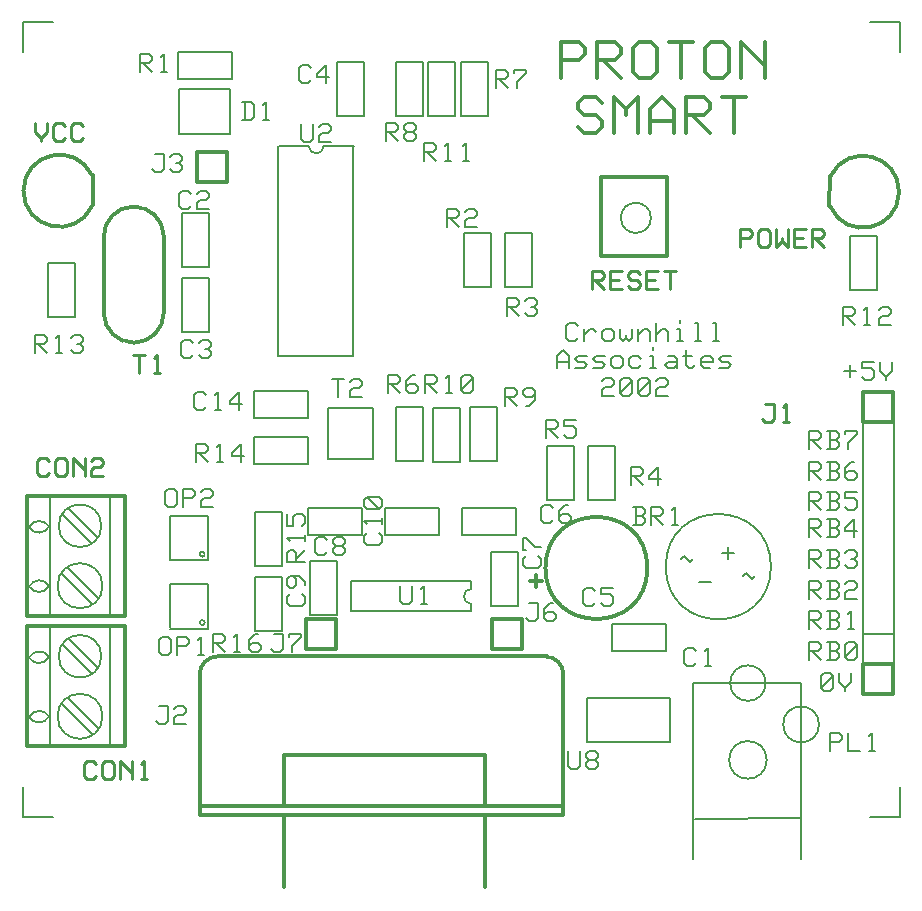
<source format=gbr>
G04 GERBER ASCII OUTPUT FROM: EDWIN 2000 (VER. 1.1 REV. 20011025)*
G04 GERBER FORMAT: RX-274-X*
G04 BOARD: SMART_APP_BOARD*
G04 ARTWORK OF COMP.PRINT POSITIVE*
%ASAXBY*%
%FSLAX24Y24*%
%MIA0B0*%
%MOIN*%
%OFA0.0000B0.0000*%
%SFA1B1*%
%IJA0B0*%
%INLAYER0POS*%
%IOA0B0*%
%IPPOS*%
%IR0*%
G04 APERTURE MACROS*
%AMEDWDONUT*
1,1,$1,$2,$3*
1,0,$4,$2,$3*
%
%AMEDWFRECT*
2,1,$1,$2,$3,$4,$5,$6*
%
%AMEDWORECT*
2,1,$1,$2,$3,$4,$5,$10*
2,1,$1,$4,$5,$6,$7,$10*
2,1,$1,$6,$7,$8,$9,$10*
2,1,$1,$8,$9,$2,$3,$10*
1,1,$1,$2,$3*
1,1,$1,$4,$5*
1,1,$1,$6,$7*
1,1,$1,$8,$9*
%
%AMEDWLINER*
2,1,$1,$2,$3,$4,$5,$6*
1,1,$1,$2,$3*
1,1,$1,$4,$5*
%
%AMEDWFTRNG*
4,1,3,$1,$2,$3,$4,$5,$6,$7,$8,$9*
%
%AMEDWATRNG*
4,1,3,$1,$2,$3,$4,$5,$6,$7,$8,$9*
2,1,$11,$1,$2,$3,$4,$10*
2,1,$11,$3,$4,$5,$6,$10*
2,1,$11,$5,$6,$7,$8,$10*
1,1,$11,$3,$4*
1,1,$11,$5,$6*
1,1,$11,$7,$8*
%
%AMEDWOTRNG*
2,1,$1,$2,$3,$4,$5,$8*
2,1,$1,$4,$5,$6,$7,$8*
2,1,$1,$6,$7,$2,$3,$8*
1,1,$1,$2,$3*
1,1,$1,$4,$5*
1,1,$1,$6,$7*
%
G04*
G04 APERTURE LIST*
%ADD10R,0.0650X0.0700*%
%ADD11R,0.0890X0.0940*%
%ADD12R,0.0550X0.0600*%
%ADD13R,0.0790X0.0840*%
%ADD14R,0.0900X0.0350*%
%ADD15R,0.1140X0.0590*%
%ADD16R,0.0800X0.0250*%
%ADD17R,0.1040X0.0490*%
%ADD18R,0.0350X0.0900*%
%ADD19R,0.0590X0.1140*%
%ADD20R,0.0250X0.0800*%
%ADD21R,0.0490X0.1040*%
%ADD22R,0.0700X0.0650*%
%ADD23R,0.0940X0.0890*%
%ADD24R,0.0600X0.0550*%
%ADD25R,0.0840X0.0790*%
%ADD26R,0.0700X0.0700*%
%ADD27R,0.0940X0.0940*%
%ADD28R,0.0600X0.0600*%
%ADD29R,0.0840X0.0840*%
%ADD30R,0.0570X0.0970*%
%ADD31R,0.0810X0.1210*%
%ADD32R,0.0470X0.0870*%
%ADD33R,0.0710X0.1110*%
%ADD34R,0.1520X0.0970*%
%ADD35R,0.1760X0.1210*%
%ADD36R,0.1420X0.0870*%
%ADD37R,0.1660X0.1110*%
%ADD38R,0.0760X0.0760*%
%ADD39R,0.1000X0.1000*%
%ADD40R,0.0800X0.0800*%
%ADD41R,0.1040X0.1040*%
%ADD42EDWFRECT,0.0800X0.03999X-0.0007X-0.03999X0.0007X0.0000*%
%ADD43EDWFRECT,0.0800X0.03999X0.0007X-0.03999X-0.0007X0.0000*%
%ADD44EDWFRECT,0.1040X0.05199X-0.00091X-0.05199X0.00091X0.0000*%
%ADD45EDWFRECT,0.1040X0.05199X0.00091X-0.05199X-0.00091X0.0000*%
%ADD46EDWFRECT,0.0700X0.03499X-0.00061X-0.03499X0.00061X0.0000*%
%ADD47EDWFRECT,0.0700X0.03499X0.00061X-0.03499X-0.00061X0.0000*%
%ADD48EDWFRECT,0.0940X0.04699X-0.00082X-0.04699X0.00082X0.0000*%
%ADD49EDWFRECT,0.0940X0.04699X0.00082X-0.04699X-0.00082X0.0000*%
%ADD50R,0.0580X0.0500*%
%ADD51R,0.0820X0.0740*%
%ADD52R,0.0480X0.0400*%
%ADD53R,0.0720X0.0640*%
%ADD54R,0.0500X0.0580*%
%ADD55R,0.0740X0.0820*%
%ADD56R,0.0400X0.0480*%
%ADD57R,0.0640X0.0720*%
%ADD58R,0.0900X0.0900*%
%ADD59R,0.1140X0.1140*%
%ADD60C,0.0010*%
%ADD62C,0.0020*%
%ADD63R,0.0020X0.0020*%
%ADD64C,0.0030*%
%ADD65R,0.0030X0.0030*%
%ADD66C,0.0040*%
%ADD67R,0.0040X0.0040*%
%ADD68C,0.0050*%
%ADD69R,0.0050X0.0050*%
%ADD70C,0.00787*%
%ADD71R,0.00787X0.00787*%
%ADD72C,0.0080*%
%ADD74C,0.00894*%
%ADD76C,0.00984*%
%ADD77R,0.00984X0.00984*%
%ADD78C,0.0120*%
%ADD80C,0.01287*%
%ADD82C,0.01299*%
%ADD84C,0.0130*%
%ADD86C,0.01969*%
%ADD87R,0.01969X0.01969*%
%ADD88C,0.0200*%
%ADD90C,0.0290*%
%ADD92C,0.0320*%
%ADD94C,0.03294*%
%ADD96C,0.03295*%
%ADD98C,0.03384*%
%ADD100C,0.0360*%
%ADD102C,0.03687*%
%ADD104C,0.03699*%
%ADD106C,0.0370*%
%ADD108C,0.03937*%
%ADD109R,0.03937X0.03937*%
%ADD110C,0.04331*%
%ADD112C,0.0440*%
%ADD114C,0.0500*%
%ADD115R,0.0500X0.0500*%
%ADD116C,0.0560*%
%ADD117R,0.0560X0.0560*%
%ADD118C,0.05906*%
%ADD119R,0.05906X0.05906*%
%ADD120C,0.0600*%
%ADD121R,0.0600X0.0600*%
%ADD122C,0.0620*%
%ADD124C,0.0652*%
%ADD125R,0.0652X0.0652*%
%ADD126C,0.0660*%
%ADD127R,0.0660X0.0660*%
%ADD128C,0.06693*%
%ADD129R,0.06693X0.06693*%
%ADD130C,0.06906*%
%ADD131R,0.06906X0.06906*%
%ADD132C,0.0700*%
%ADD133R,0.0700X0.0700*%
%ADD134C,0.07087*%
%ADD135R,0.07087X0.07087*%
%ADD136C,0.0760*%
%ADD138C,0.0800*%
%ADD140C,0.08306*%
%ADD142C,0.0840*%
%ADD143R,0.0840X0.0840*%
%ADD144C,0.0860*%
%ADD146C,0.0880*%
%ADD147R,0.0880X0.0880*%
%ADD148C,0.0892*%
%ADD149R,0.0892X0.0892*%
%ADD150C,0.0940*%
%ADD151R,0.0940X0.0940*%
%ADD152C,0.09487*%
%ADD153R,0.09487X0.09487*%
%ADD154C,0.0960*%
%ADD156C,0.1000*%
%ADD158C,0.1040*%
%ADD160C,0.10488*%
%ADD161R,0.10488X0.10488*%
%ADD162C,0.10772*%
%ADD163R,0.10772X0.10772*%
%ADD164C,0.1100*%
%ADD166C,0.1100*%
%ADD168C,0.1120*%
%ADD170C,0.11339*%
%ADD171R,0.11339X0.11339*%
%ADD172C,0.11622*%
%ADD173R,0.11622X0.11622*%
%ADD174C,0.1200*%
%ADD176C,0.12472*%
%ADD177R,0.12472X0.12472*%
%ADD178C,0.12756*%
%ADD179R,0.12756X0.12756*%
%ADD180C,0.12888*%
%ADD181R,0.12888X0.12888*%
%ADD182C,0.1300*%
%ADD184C,0.13039*%
%ADD185R,0.13039X0.13039*%
%ADD186C,0.13172*%
%ADD187R,0.13172X0.13172*%
%ADD188C,0.13323*%
%ADD189R,0.13323X0.13323*%
%ADD190C,0.13739*%
%ADD191R,0.13739X0.13739*%
%ADD192C,0.1389*%
%ADD193R,0.1389X0.1389*%
%ADD194C,0.1400*%
%ADD196C,0.14022*%
%ADD197R,0.14022X0.14022*%
%ADD198C,0.1474*%
%ADD199R,0.1474X0.1474*%
%ADD200C,0.14872*%
%ADD201R,0.14872X0.14872*%
%ADD202C,0.1500*%
%ADD204C,0.15156*%
%ADD205R,0.15156X0.15156*%
%ADD206C,0.1540*%
%ADD208C,0.15439*%
%ADD209R,0.15439X0.15439*%
%ADD210C,0.15723*%
%ADD211R,0.15723X0.15723*%
%ADD212C,0.15748*%
%ADD214C,0.1629*%
%ADD215R,0.1629X0.1629*%
%ADD216C,0.1640*%
%ADD218C,0.1714*%
%ADD219R,0.1714X0.1714*%
%ADD220C,0.18709*%
%ADD221R,0.18709X0.18709*%
%ADD222C,0.19685*%
%ADD225R,0.20409X0.20409*%
%ADD227R,0.20693X0.20693*%
%ADD229R,0.20976X0.20976*%
%ADD231R,0.21109X0.21109*%
%ADD233R,0.22677X0.22677*%
%ADD235R,0.22809X0.22809*%
%ADD237R,0.23093X0.23093*%
%ADD239R,0.23376X0.23376*%
%ADD241R,0.24094X0.24094*%
%ADD243R,0.24661X0.24661*%
%ADD245R,0.25077X0.25077*%
%ADD247R,0.25228X0.25228*%
%ADD249R,0.25512X0.25512*%
%ADD251R,0.26494X0.26494*%
%ADD253R,0.27061X0.27061*%
%ADD255R,0.27213X0.27213*%
%ADD257R,0.27628X0.27628*%
%ADD259R,0.27912X0.27912*%
%ADD261R,0.28346X0.28346*%
%ADD263R,0.2948X0.2948*%
%ADD265R,0.29613X0.29613*%
%ADD267R,0.30746X0.30746*%
%ADD269R,0.31181X0.31181*%
%ADD271R,0.3188X0.3188*%
%ADD273R,0.32031X0.32031*%
%ADD275R,0.32598X0.32598*%
%ADD277R,0.33581X0.33581*%
%ADD279R,0.33732X0.33732*%
%ADD281R,0.34431X0.34431*%
%ADD283R,0.34539X0.34539*%
%ADD285R,0.34583X0.34583*%
%ADD287R,0.34998X0.34998*%
%ADD289R,0.3515X0.3515*%
%ADD291R,0.36132X0.36132*%
%ADD293R,0.36939X0.36939*%
%ADD295R,0.36983X0.36983*%
%ADD297R,0.37417X0.37417*%
%ADD299R,0.3755X0.3755*%
%ADD301R,0.38835X0.38835*%
%ADD303R,0.39402X0.39402*%
%ADD305R,0.39817X0.39817*%
%ADD307R,0.39969X0.39969*%
%ADD309R,0.41235X0.41235*%
%ADD311R,0.41669X0.41669*%
%ADD313R,0.41802X0.41802*%
%ADD315R,0.42236X0.42236*%
%ADD317R,0.42369X0.42369*%
%ADD319R,0.44069X0.44069*%
%ADD321R,0.44636X0.44636*%
%ADD323R,0.46488X0.46488*%
%ADD325R,0.47339X0.47339*%
%ADD327R,0.48472X0.48472*%
%ADD329R,0.48888X0.48888*%
%ADD331R,0.49739X0.49739*%
%ADD333R,0.50872X0.50872*%
%ADD335R,0.52157X0.52157*%
%ADD337R,0.53291X0.53291*%
%ADD339R,0.54425X0.54425*%
%ADD341R,0.54557X0.54557*%
%ADD343R,0.55691X0.55691*%
%ADD345R,0.56409X0.56409*%
%ADD347R,0.56825X0.56825*%
%ADD349R,0.58809X0.58809*%
%ADD351R,0.7200X0.7200*%
%ADD353R,0.72567X0.72567*%
%ADD355R,0.7440X0.7440*%
%ADD357R,0.74967X0.74967*%
%ADD359R,0.81638X0.81638*%
%ADD361R,0.84038X0.84038*%
%ADD363R,0.88441X0.88441*%
%ADD365R,0.90841X0.90841*%
%ADD367R,0.9411X0.9411*%
%ADD369R,0.9651X0.9651*%
%ADD371R,0.99496X0.99496*%
%ADD373R,1.01896X1.01896*%
%ADD375R,1.28693X1.28693*%
%ADD377R,1.28976X1.28976*%
%ADD379R,1.29543X1.29543*%
%ADD381R,1.31093X1.31093*%
%ADD383R,1.31376X1.31376*%
%ADD385R,1.31943X1.31943*%
%ADD386C,1.41943*%
%ADD387R,1.41943X1.41943*%
%ADD388C,1.51943*%
%ADD389R,1.51943X1.51943*%
%ADD390C,1.61943*%
%ADD391R,1.61943X1.61943*%
%ADD392C,1.71943*%
%ADD393R,1.71943X1.71943*%
%ADD394C,1.81943*%
%ADD395R,1.81943X1.81943*%
%ADD396C,1.91943*%
%ADD397R,1.91943X1.91943*%
G04*
D68* 
X0Y0D02*
X0Y1000D01*
X0Y26476D02*
X0Y25476D01*
X0Y26476D02*
X1000Y26476D01*
X29232Y26476D02*
X28232Y26476D01*
X29232Y26476D02*
X29232Y25476D01*
X29232Y0D02*
X29232Y1000D01*
X29232Y0D02*
X28232Y0D01*
X0Y0D02*
X1000Y0D01*
D72* 
X7729Y10149D02*
X8629Y10149D01*
X8629Y8349D01*
X7729Y8349D01*
X7729Y10149D01*
D68* 
X9402Y8472D02*
X8802Y8472D01*
X8802Y8772D01*
X8902Y8872D01*
X9002Y8872D01*
X9102Y8772D01*
X9102Y8472D01*
X9102Y8572D02*
X9402Y8872D01*
X9402Y9172D02*
X9402Y9372D01*
X9402Y9272D02*
X8802Y9272D01*
X8902Y9172D01*
X9302Y9672D02*
X9402Y9772D01*
X9402Y9972D01*
X9302Y10072D01*
X9102Y10072D01*
X9002Y9972D01*
X9002Y9672D01*
X8802Y9672D01*
X8802Y10072D01*
D72* 
X11033Y22356D02*
X10033Y22356D01*
X9533Y22356D02*
X8533Y22356D01*
G75*
G01X9533Y22356D02*
G03X10033Y22356I250J0D01*
G01*
X11023Y22356D02*
X11023Y15356D01*
X8523Y15356D01*
X8523Y22356D01*
D68* 
X9281Y23099D02*
X9281Y22599D01*
X9381Y22499D01*
X9581Y22499D01*
X9681Y22599D01*
X9681Y23099D01*
X9881Y22999D02*
X9981Y23099D01*
X10181Y23099D01*
X10281Y22999D01*
X10281Y22899D01*
X10181Y22799D01*
X9981Y22799D01*
X9881Y22699D01*
X9881Y22499D01*
X10281Y22499D01*
G75*
G01X24940Y8331D02*
G03X24940Y8331I-1753J0D01*
G01*
X23319Y8792D02*
X23719Y8792D01*
X23519Y8992D02*
X23519Y8592D01*
X22531Y7808D02*
X22931Y7808D01*
X21941Y8598D02*
X22041Y8698D01*
X22241Y8498D01*
X22341Y8598D01*
X24008Y8008D02*
X24108Y8108D01*
X24308Y7908D01*
X24408Y8008D01*
X20350Y9714D02*
X20650Y9714D01*
X20750Y9814D01*
X20750Y9914D01*
X20650Y10014D01*
X20450Y10014D01*
X20650Y10014D02*
X20750Y10114D01*
X20750Y10214D01*
X20650Y10314D01*
X20350Y10314D01*
X20450Y10314D02*
X20450Y9714D01*
X20950Y9714D02*
X20950Y10314D01*
X21250Y10314D01*
X21350Y10214D01*
X21350Y10114D01*
X21250Y10014D01*
X20950Y10014D01*
X21050Y10014D02*
X21350Y9714D01*
X21650Y9714D02*
X21850Y9714D01*
X21750Y9714D02*
X21750Y10314D01*
X21650Y10214D01*
G75*
G01X24764Y4449D02*
G03X24764Y4449I-591J0D01*
G01*
G75*
G01X24800Y1890D02*
G03X24800Y1890I-627J0D01*
G01*
G75*
G01X26541Y3071D02*
G03X26541Y3071I-597J0D01*
G01*
X25945Y4449D02*
X22349Y4449D01*
X22349Y-1418D01*
X25945Y-1418D01*
X25945Y4449D01*
X25931Y-55D02*
X22402Y-79D01*
X26919Y2190D02*
X26919Y2790D01*
X27219Y2790D01*
X27319Y2690D01*
X27319Y2590D01*
X27219Y2490D01*
X26919Y2490D01*
X27519Y2790D02*
X27519Y2190D01*
X27919Y2190D01*
X28219Y2190D02*
X28419Y2190D01*
X28319Y2190D02*
X28319Y2790D01*
X28219Y2690D01*
D72* 
X14955Y7090D02*
X14955Y6840D01*
X10955Y6840D01*
X10955Y7840D01*
X14955Y7840D01*
X14955Y7590D01*
G75*
G01X14955Y7590D02*
G03X14955Y7090I0J-250D01*
G01*
D68* 
X12567Y7702D02*
X12567Y7202D01*
X12667Y7102D01*
X12867Y7102D01*
X12967Y7202D01*
X12967Y7702D01*
X13267Y7102D02*
X13467Y7102D01*
X13367Y7102D02*
X13367Y7702D01*
X13267Y7602D01*
D72* 
X12080Y9373D02*
X12080Y10273D01*
X13880Y10273D01*
X13880Y9373D01*
X12080Y9373D01*
D68* 
X11892Y9436D02*
X11992Y9336D01*
X11992Y9136D01*
X11892Y9036D01*
X11492Y9036D01*
X11392Y9136D01*
X11392Y9336D01*
X11492Y9436D01*
X11992Y9736D02*
X11992Y9936D01*
X11992Y9836D02*
X11392Y9836D01*
X11492Y9736D01*
X11892Y10236D02*
X11492Y10236D01*
X11392Y10336D01*
X11392Y10536D01*
X11492Y10636D01*
X11892Y10636D01*
X11992Y10536D01*
X11992Y10336D01*
X11892Y10236D01*
X11492Y10636D01*
D72* 
X9589Y8521D02*
X10489Y8521D01*
X10489Y6721D01*
X9589Y6721D01*
X9589Y8521D01*
D68* 
X9302Y7408D02*
X9402Y7308D01*
X9402Y7108D01*
X9302Y7008D01*
X8902Y7008D01*
X8802Y7108D01*
X8802Y7308D01*
X8902Y7408D01*
X9402Y7708D02*
X9402Y7808D01*
X9202Y8008D01*
X8902Y8008D01*
X8802Y7908D01*
X8802Y7708D01*
X8902Y7608D01*
X9002Y7608D01*
X9102Y7708D01*
X9102Y7908D01*
X9002Y8008D01*
D72* 
X11320Y10273D02*
X11320Y9373D01*
X9520Y9373D01*
X9520Y10273D01*
X11320Y10273D01*
D68* 
X10156Y8809D02*
X10056Y8709D01*
X9856Y8709D01*
X9756Y8809D01*
X9756Y9209D01*
X9856Y9309D01*
X10056Y9309D01*
X10156Y9209D01*
X10356Y8809D02*
X10356Y8909D01*
X10456Y9009D01*
X10656Y9009D01*
X10756Y9109D01*
X10756Y9209D01*
X10656Y9309D01*
X10456Y9309D01*
X10356Y9209D01*
X10356Y9109D01*
X10456Y9009D01*
X10656Y9009D02*
X10756Y8909D01*
X10756Y8809D01*
X10656Y8709D01*
X10456Y8709D01*
X10356Y8809D01*
D72* 
X16493Y7016D02*
X15593Y7016D01*
X15593Y8816D01*
X16493Y8816D01*
X16493Y7016D01*
D68* 
X17191Y8683D02*
X17291Y8583D01*
X17291Y8383D01*
X17191Y8283D01*
X16791Y8283D01*
X16691Y8383D01*
X16691Y8583D01*
X16791Y8683D01*
X17291Y8983D02*
X17091Y8983D01*
X16791Y9283D01*
X16691Y9283D01*
X16691Y8883D01*
X16791Y8883D01*
D72* 
X14634Y9373D02*
X14634Y10273D01*
X16434Y10273D01*
X16434Y9373D01*
X14634Y9373D01*
D68* 
X17668Y9895D02*
X17568Y9795D01*
X17368Y9795D01*
X17268Y9895D01*
X17268Y10295D01*
X17368Y10395D01*
X17568Y10395D01*
X17668Y10295D01*
X17868Y9995D02*
X17968Y10095D01*
X18168Y10095D01*
X18268Y9995D01*
X18268Y9895D01*
X18168Y9795D01*
X17968Y9795D01*
X17868Y9895D01*
X17868Y10195D01*
X18068Y10395D01*
X18168Y10395D01*
D72* 
X10475Y25169D02*
X11375Y25169D01*
X11375Y23369D01*
X10475Y23369D01*
X10475Y25169D01*
D68* 
X9613Y24541D02*
X9513Y24441D01*
X9313Y24441D01*
X9213Y24541D01*
X9213Y24941D01*
X9313Y25041D01*
X9513Y25041D01*
X9613Y24941D01*
X10213Y24641D02*
X9813Y24641D01*
X9813Y24741D01*
X10113Y25041D01*
X10113Y24441D01*
D72* 
X5298Y17954D02*
X6198Y17954D01*
X6198Y16154D01*
X5298Y16154D01*
X5298Y17954D01*
D68* 
X5661Y15371D02*
X5561Y15271D01*
X5361Y15271D01*
X5261Y15371D01*
X5261Y15771D01*
X5361Y15871D01*
X5561Y15871D01*
X5661Y15771D01*
X5861Y15771D02*
X5961Y15871D01*
X6161Y15871D01*
X6261Y15771D01*
X6261Y15671D01*
X6161Y15571D01*
X6061Y15571D01*
X6161Y15571D02*
X6261Y15471D01*
X6261Y15371D01*
X6161Y15271D01*
X5961Y15271D01*
X5861Y15371D01*
D72* 
X6198Y18325D02*
X5298Y18325D01*
X5298Y20125D01*
X6198Y20125D01*
X6198Y18325D01*
D68* 
X5620Y20360D02*
X5520Y20260D01*
X5320Y20260D01*
X5220Y20360D01*
X5220Y20760D01*
X5320Y20860D01*
X5520Y20860D01*
X5620Y20760D01*
X5820Y20760D02*
X5920Y20860D01*
X6120Y20860D01*
X6220Y20760D01*
X6220Y20660D01*
X6120Y20560D01*
X5920Y20560D01*
X5820Y20460D01*
X5820Y20260D01*
X6220Y20260D01*
D72* 
X21429Y6434D02*
X21429Y5534D01*
X19629Y5534D01*
X19629Y6434D01*
X21429Y6434D01*
D68* 
X22439Y5124D02*
X22339Y5024D01*
X22139Y5024D01*
X22039Y5124D01*
X22039Y5524D01*
X22139Y5624D01*
X22339Y5624D01*
X22439Y5524D01*
X22739Y5024D02*
X22939Y5024D01*
X22839Y5024D02*
X22839Y5624D01*
X22739Y5524D01*
D84* 
G75*
G01X20823Y8287D02*
G03X20823Y8287I-1700J0D01*
G01*
X16923Y7867D02*
X17323Y7867D01*
X17123Y8067D02*
X17123Y7667D01*
D68* 
X19085Y7108D02*
X18985Y7008D01*
X18785Y7008D01*
X18685Y7108D01*
X18685Y7508D01*
X18785Y7608D01*
X18985Y7608D01*
X19085Y7508D01*
X19285Y7108D02*
X19385Y7008D01*
X19585Y7008D01*
X19685Y7108D01*
X19685Y7308D01*
X19585Y7408D01*
X19285Y7408D01*
X19285Y7608D01*
X19685Y7608D01*
D72* 
X18812Y3959D02*
X18812Y2489D01*
X21572Y2489D01*
X21572Y3959D01*
X18812Y3959D01*
D68* 
X18189Y2198D02*
X18189Y1698D01*
X18289Y1598D01*
X18489Y1598D01*
X18589Y1698D01*
X18589Y2198D01*
X18789Y1698D02*
X18789Y1798D01*
X18889Y1898D01*
X19089Y1898D01*
X19189Y1998D01*
X19189Y2098D01*
X19089Y2198D01*
X18889Y2198D01*
X18789Y2098D01*
X18789Y1998D01*
X18889Y1898D01*
X19089Y1898D02*
X19189Y1798D01*
X19189Y1698D01*
X19089Y1598D01*
X18889Y1598D01*
X18789Y1698D01*
D84* 
X4701Y16776D02*
X4701Y19356D01*
X2701Y16786D02*
X2701Y19366D01*
G75*
G01X4701Y19354D02*
G03X2701Y19319I-1000J-17D01*
G01*
G75*
G01X2701Y16779D02*
G03X4701Y16814I1000J17D01*
G01*
D76* 
X3879Y14774D02*
X3879Y15374D01*
X3679Y15374D02*
X4079Y15374D01*
X4379Y14774D02*
X4579Y14774D01*
X4479Y14774D02*
X4479Y15374D01*
X4379Y15274D01*
D72* 
G75*
G01X2619Y9695D02*
G03X2619Y9695I-710J0D01*
G01*
G75*
G01X2659Y7695D02*
G03X2659Y7695I-750J0D01*
G01*
D84* 
X159Y6695D02*
X149Y10655D01*
X3409Y6695D02*
X3409Y10695D01*
X159Y10695D01*
X3409Y6695D02*
X159Y6695D01*
D68* 
X909Y6695D02*
X909Y10695D01*
X2909Y6695D02*
X2909Y10695D01*
D72* 
X1509Y10295D02*
X2509Y9295D01*
X1309Y10095D02*
X2309Y9095D01*
X1509Y8295D02*
X2509Y7295D01*
X1309Y8095D02*
X2309Y7095D01*
D68* 
G75*
G01X217Y9644D02*
G03X872Y9661I322J201D01*
G01*
G75*
G01X872Y9676D02*
G03X217Y9659I-322J-201D01*
G01*
G75*
G01X217Y7664D02*
G03X872Y7681I322J201D01*
G01*
G75*
G01X872Y7696D02*
G03X217Y7679I-322J-201D01*
G01*
D76* 
X891Y11463D02*
X791Y11363D01*
X591Y11363D01*
X491Y11463D01*
X491Y11863D01*
X591Y11963D01*
X791Y11963D01*
X891Y11863D01*
X1091Y11463D02*
X1091Y11863D01*
X1191Y11963D01*
X1391Y11963D01*
X1491Y11863D01*
X1491Y11463D01*
X1391Y11363D01*
X1191Y11363D01*
X1091Y11463D01*
X1691Y11363D02*
X1691Y11963D01*
X2091Y11563D01*
X2091Y11963D02*
X2091Y11363D01*
X2291Y11863D02*
X2391Y11963D01*
X2591Y11963D01*
X2691Y11863D01*
X2691Y11763D01*
X2591Y11663D01*
X2391Y11663D01*
X2291Y11563D01*
X2291Y11363D01*
X2691Y11363D01*
D72* 
G75*
G01X2619Y5344D02*
G03X2619Y5344I-710J0D01*
G01*
G75*
G01X2659Y3344D02*
G03X2659Y3344I-750J0D01*
G01*
D84* 
X159Y2344D02*
X149Y6304D01*
X3409Y2344D02*
X3409Y6344D01*
X159Y6344D01*
X3409Y2344D02*
X159Y2344D01*
D68* 
X909Y2344D02*
X909Y6344D01*
X2909Y2344D02*
X2909Y6344D01*
D72* 
X1509Y5944D02*
X2509Y4944D01*
X1309Y5744D02*
X2309Y4744D01*
X1509Y3944D02*
X2509Y2944D01*
X1309Y3744D02*
X2309Y2744D01*
D68* 
G75*
G01X217Y5293D02*
G03X872Y5310I322J201D01*
G01*
G75*
G01X872Y5326D02*
G03X217Y5309I-322J-201D01*
G01*
G75*
G01X217Y3313D02*
G03X872Y3330I322J201D01*
G01*
G75*
G01X872Y3346D02*
G03X217Y3329I-322J-201D01*
G01*
D76* 
X2455Y1368D02*
X2355Y1268D01*
X2155Y1268D01*
X2055Y1368D01*
X2055Y1768D01*
X2155Y1868D01*
X2355Y1868D01*
X2455Y1768D01*
X2655Y1368D02*
X2655Y1768D01*
X2755Y1868D01*
X2955Y1868D01*
X3055Y1768D01*
X3055Y1368D01*
X2955Y1268D01*
X2755Y1268D01*
X2655Y1368D01*
X3255Y1268D02*
X3255Y1868D01*
X3655Y1468D01*
X3655Y1868D02*
X3655Y1268D01*
X3955Y1268D02*
X4155Y1268D01*
X4055Y1268D02*
X4055Y1868D01*
X3955Y1768D01*
D68* 
X29034Y5135D02*
X29034Y13106D01*
X28024Y13106D01*
X28024Y5135D01*
X29034Y5135D01*
X29032Y6102D02*
X28015Y6102D01*
D76* 
X24638Y13250D02*
X24738Y13150D01*
X24938Y13150D01*
X25038Y13250D01*
X25038Y13750D01*
X24738Y13750D01*
X25338Y13150D02*
X25538Y13150D01*
X25438Y13150D02*
X25438Y13750D01*
X25338Y13650D01*
D72* 
X14609Y25169D02*
X15509Y25169D01*
X15509Y23369D01*
X14609Y23369D01*
X14609Y25169D01*
D68* 
X15780Y24276D02*
X15780Y24876D01*
X16080Y24876D01*
X16180Y24776D01*
X16180Y24676D01*
X16080Y24576D01*
X15780Y24576D01*
X15880Y24576D02*
X16180Y24276D01*
X16480Y24276D02*
X16480Y24476D01*
X16780Y24776D01*
X16780Y24876D01*
X16380Y24876D01*
X16380Y24776D01*
D72* 
X13344Y11839D02*
X12444Y11839D01*
X12444Y13639D01*
X13344Y13639D01*
X13344Y11839D01*
D68* 
X12189Y14118D02*
X12189Y14718D01*
X12489Y14718D01*
X12589Y14618D01*
X12589Y14518D01*
X12489Y14418D01*
X12189Y14418D01*
X12289Y14418D02*
X12589Y14118D01*
X12789Y14318D02*
X12889Y14418D01*
X13089Y14418D01*
X13189Y14318D01*
X13189Y14218D01*
X13089Y14118D01*
X12889Y14118D01*
X12789Y14218D01*
X12789Y14518D01*
X12989Y14718D01*
X13089Y14718D01*
D72* 
X18363Y10559D02*
X17463Y10559D01*
X17463Y12359D01*
X18363Y12359D01*
X18363Y10559D01*
D68* 
X17433Y12630D02*
X17433Y13230D01*
X17733Y13230D01*
X17833Y13130D01*
X17833Y13030D01*
X17733Y12930D01*
X17433Y12930D01*
X17533Y12930D02*
X17833Y12630D01*
X18033Y12730D02*
X18133Y12630D01*
X18333Y12630D01*
X18433Y12730D01*
X18433Y12930D01*
X18333Y13030D01*
X18033Y13030D01*
X18033Y13230D01*
X18433Y13230D01*
D72* 
X19741Y10559D02*
X18841Y10559D01*
X18841Y12359D01*
X19741Y12359D01*
X19741Y10559D01*
D68* 
X20268Y11047D02*
X20268Y11647D01*
X20568Y11647D01*
X20668Y11547D01*
X20668Y11447D01*
X20568Y11347D01*
X20268Y11347D01*
X20368Y11347D02*
X20668Y11047D01*
X21268Y11247D02*
X20868Y11247D01*
X20868Y11347D01*
X21168Y11647D01*
X21168Y11047D01*
D72* 
X16085Y19446D02*
X16985Y19446D01*
X16985Y17646D01*
X16085Y17646D01*
X16085Y19446D01*
D68* 
X16157Y16693D02*
X16157Y17293D01*
X16457Y17293D01*
X16557Y17193D01*
X16557Y17093D01*
X16457Y16993D01*
X16157Y16993D01*
X16257Y16993D02*
X16557Y16693D01*
X16757Y17193D02*
X16857Y17293D01*
X17057Y17293D01*
X17157Y17193D01*
X17157Y17093D01*
X17057Y16993D01*
X16957Y16993D01*
X17057Y16993D02*
X17157Y16893D01*
X17157Y16793D01*
X17057Y16693D01*
X16857Y16693D01*
X16757Y16793D01*
D72* 
X14707Y19446D02*
X15607Y19446D01*
X15607Y17646D01*
X14707Y17646D01*
X14707Y19446D01*
D68* 
X14150Y19669D02*
X14150Y20269D01*
X14450Y20269D01*
X14550Y20169D01*
X14550Y20069D01*
X14450Y19969D01*
X14150Y19969D01*
X14250Y19969D02*
X14550Y19669D01*
X14750Y20169D02*
X14850Y20269D01*
X15050Y20269D01*
X15150Y20169D01*
X15150Y20069D01*
X15050Y19969D01*
X14850Y19969D01*
X14750Y19869D01*
X14750Y19669D01*
X15150Y19669D01*
D72* 
X5170Y24599D02*
X5170Y25499D01*
X6970Y25499D01*
X6970Y24599D01*
X5170Y24599D01*
D68* 
X3905Y24803D02*
X3905Y25403D01*
X4205Y25403D01*
X4305Y25303D01*
X4305Y25203D01*
X4205Y25103D01*
X3905Y25103D01*
X4005Y25103D02*
X4305Y24803D01*
X4605Y24803D02*
X4805Y24803D01*
X4705Y24803D02*
X4705Y25403D01*
X4605Y25303D01*
D84* 
X19278Y18686D02*
X19278Y21326D01*
X21488Y21326D01*
X21488Y18686D01*
X19278Y18686D01*
D68* 
G75*
G01X20939Y19956D02*
G03X20939Y19956I-501J0D01*
G01*
D84* 
X17470Y5341D02*
X6500Y5341D01*
G75*
G01X18020Y4741D02*
G03X17420Y5341I-600J0D01*
G01*
G75*
G01X6500Y5341D02*
G03X5900Y4741I0J-600D01*
G01*
X5900Y4741D02*
X5900Y341D01*
X18020Y341D01*
X5900Y341D02*
X5900Y41D01*
X18020Y41D01*
X18020Y4741D01*
X8700Y41D02*
X8700Y-2359D01*
X15400Y-2359D01*
X15400Y41D01*
X8700Y341D02*
X8700Y2041D01*
X15400Y2041D01*
X15400Y341D01*
D68* 
X4447Y3173D02*
X4547Y3073D01*
X4747Y3073D01*
X4847Y3173D01*
X4847Y3673D01*
X4547Y3673D01*
X5047Y3573D02*
X5147Y3673D01*
X5347Y3673D01*
X5447Y3573D01*
X5447Y3473D01*
X5347Y3373D01*
X5147Y3373D01*
X5047Y3273D01*
X5047Y3073D01*
X5447Y3073D01*
D72* 
X4908Y6303D02*
X4908Y7741D01*
X6173Y7750D02*
X4908Y7750D01*
X6173Y7741D02*
X6173Y6269D01*
X6181Y6269D02*
X4926Y6269D01*
D68* 
G75*
G01X6064Y6468D02*
G03X6064Y6468I-82J0D01*
G01*
X4535Y5502D02*
X4535Y5902D01*
X4635Y6002D01*
X4835Y6002D01*
X4935Y5902D01*
X4935Y5502D01*
X4835Y5402D01*
X4635Y5402D01*
X4535Y5502D01*
X5135Y5402D02*
X5135Y6002D01*
X5435Y6002D01*
X5535Y5902D01*
X5535Y5802D01*
X5435Y5702D01*
X5135Y5702D01*
X5835Y5402D02*
X6035Y5402D01*
X5935Y5402D02*
X5935Y6002D01*
X5835Y5902D01*
D72* 
X7719Y11755D02*
X7719Y12655D01*
X9519Y12655D01*
X9519Y11755D01*
X7719Y11755D01*
D68* 
X5764Y11827D02*
X5764Y12427D01*
X6064Y12427D01*
X6164Y12327D01*
X6164Y12227D01*
X6064Y12127D01*
X5764Y12127D01*
X5864Y12127D02*
X6164Y11827D01*
X6464Y11827D02*
X6664Y11827D01*
X6564Y11827D02*
X6564Y12427D01*
X6464Y12327D01*
X7364Y12027D02*
X6964Y12027D01*
X6964Y12127D01*
X7264Y12427D01*
X7264Y11827D01*
D72* 
X830Y18462D02*
X1730Y18462D01*
X1730Y16662D01*
X830Y16662D01*
X830Y18462D01*
D68* 
X394Y15453D02*
X394Y16053D01*
X694Y16053D01*
X794Y15953D01*
X794Y15853D01*
X694Y15753D01*
X394Y15753D01*
X494Y15753D02*
X794Y15453D01*
X1094Y15453D02*
X1294Y15453D01*
X1194Y15453D02*
X1194Y16053D01*
X1094Y15953D01*
X1594Y15953D02*
X1694Y16053D01*
X1894Y16053D01*
X1994Y15953D01*
X1994Y15853D01*
X1894Y15753D01*
X1794Y15753D01*
X1894Y15753D02*
X1994Y15653D01*
X1994Y15553D01*
X1894Y15453D01*
X1694Y15453D01*
X1594Y15553D01*
D72* 
X28462Y17557D02*
X27562Y17557D01*
X27562Y19357D01*
X28462Y19357D01*
X28462Y17557D01*
D68* 
X27352Y16400D02*
X27352Y17000D01*
X27652Y17000D01*
X27752Y16900D01*
X27752Y16800D01*
X27652Y16700D01*
X27352Y16700D01*
X27452Y16700D02*
X27752Y16400D01*
X28052Y16400D02*
X28252Y16400D01*
X28152Y16400D02*
X28152Y17000D01*
X28052Y16900D01*
X28552Y16900D02*
X28652Y17000D01*
X28852Y17000D01*
X28952Y16900D01*
X28952Y16800D01*
X28852Y16700D01*
X28652Y16700D01*
X28552Y16600D01*
X28552Y16400D01*
X28952Y16400D01*
D84* 
G75*
G01X26914Y20340D02*
G03X26932Y21354I1096J488D01*
G01*
X26891Y20337D02*
X26909Y21337D01*
G75*
G01X2312Y21368D02*
G03X2312Y20353I-1088J-507D01*
G01*
X2334Y21370D02*
X2334Y20370D01*
D72* 
X13526Y25169D02*
X14426Y25169D01*
X14426Y23369D01*
X13526Y23369D01*
X13526Y25169D01*
D68* 
X13370Y21866D02*
X13370Y22466D01*
X13670Y22466D01*
X13770Y22366D01*
X13770Y22266D01*
X13670Y22166D01*
X13370Y22166D01*
X13470Y22166D02*
X13770Y21866D01*
X14070Y21866D02*
X14270Y21866D01*
X14170Y21866D02*
X14170Y22466D01*
X14070Y22366D01*
X14670Y21866D02*
X14870Y21866D01*
X14770Y21866D02*
X14770Y22466D01*
X14670Y22366D01*
D72* 
X14576Y11823D02*
X13676Y11823D01*
X13676Y13623D01*
X14576Y13623D01*
X14576Y11823D01*
D68* 
X13394Y14118D02*
X13394Y14718D01*
X13694Y14718D01*
X13794Y14618D01*
X13794Y14518D01*
X13694Y14418D01*
X13394Y14418D01*
X13494Y14418D02*
X13794Y14118D01*
X14094Y14118D02*
X14294Y14118D01*
X14194Y14118D02*
X14194Y14718D01*
X14094Y14618D01*
X14594Y14218D02*
X14594Y14618D01*
X14694Y14718D01*
X14894Y14718D01*
X14994Y14618D01*
X14994Y14218D01*
X14894Y14118D01*
X14694Y14118D01*
X14594Y14218D01*
X14994Y14618D01*
D72* 
X15804Y11839D02*
X14904Y11839D01*
X14904Y13639D01*
X15804Y13639D01*
X15804Y11839D01*
D68* 
X16087Y13693D02*
X16087Y14293D01*
X16387Y14293D01*
X16487Y14193D01*
X16487Y14093D01*
X16387Y13993D01*
X16087Y13993D01*
X16187Y13993D02*
X16487Y13693D01*
X16787Y13693D02*
X16887Y13693D01*
X17087Y13893D01*
X17087Y14193D01*
X16987Y14293D01*
X16787Y14293D01*
X16687Y14193D01*
X16687Y14093D01*
X16787Y13993D01*
X16987Y13993D01*
X17087Y14093D01*
D72* 
X12444Y25169D02*
X13344Y25169D01*
X13344Y23369D01*
X12444Y23369D01*
X12444Y25169D01*
D68* 
X12108Y22511D02*
X12108Y23111D01*
X12408Y23111D01*
X12508Y23011D01*
X12508Y22911D01*
X12408Y22811D01*
X12108Y22811D01*
X12208Y22811D02*
X12508Y22511D01*
X12708Y22611D02*
X12708Y22711D01*
X12808Y22811D01*
X13008Y22811D01*
X13108Y22911D01*
X13108Y23011D01*
X13008Y23111D01*
X12808Y23111D01*
X12708Y23011D01*
X12708Y22911D01*
X12808Y22811D01*
X13008Y22811D02*
X13108Y22711D01*
X13108Y22611D01*
X13008Y22511D01*
X12808Y22511D01*
X12708Y22611D01*
D72* 
X5220Y24248D02*
X6920Y24248D01*
X6920Y22748D01*
X5220Y22748D01*
X5220Y24248D01*
D68* 
X7294Y23222D02*
X7594Y23222D01*
X7694Y23322D01*
X7694Y23722D01*
X7594Y23822D01*
X7294Y23822D01*
X7394Y23822D02*
X7394Y23222D01*
X7994Y23222D02*
X8194Y23222D01*
X8094Y23222D02*
X8094Y23822D01*
X7994Y23722D01*
D72* 
X9523Y14185D02*
X9523Y13285D01*
X7723Y13285D01*
X7723Y14185D01*
X9523Y14185D01*
D68* 
X6106Y13645D02*
X6006Y13545D01*
X5806Y13545D01*
X5706Y13645D01*
X5706Y14045D01*
X5806Y14145D01*
X6006Y14145D01*
X6106Y14045D01*
X6406Y13545D02*
X6606Y13545D01*
X6506Y13545D02*
X6506Y14145D01*
X6406Y14045D01*
X7306Y13745D02*
X6906Y13745D01*
X6906Y13845D01*
X7206Y14145D01*
X7206Y13545D01*
D72* 
X10175Y11909D02*
X10175Y13609D01*
X11675Y13609D01*
X11675Y11909D01*
X10175Y11909D01*
D68* 
X10499Y13976D02*
X10499Y14576D01*
X10299Y14576D02*
X10699Y14576D01*
X10899Y14476D02*
X10999Y14576D01*
X11199Y14576D01*
X11299Y14476D01*
X11299Y14376D01*
X11199Y14276D01*
X10999Y14276D01*
X10899Y14176D01*
X10899Y13976D01*
X11299Y13976D01*
D84* 
X28024Y13161D02*
X28024Y14161D01*
X29024Y14161D01*
X29024Y13161D01*
X28024Y13161D01*
X28026Y4070D02*
X28026Y5070D01*
X29026Y5070D01*
X29026Y4070D01*
X28026Y4070D01*
X5799Y21154D02*
X5799Y22154D01*
X6799Y22154D01*
X6799Y21154D01*
X5799Y21154D01*
D68* 
X4323Y21588D02*
X4423Y21488D01*
X4623Y21488D01*
X4723Y21588D01*
X4723Y22088D01*
X4423Y22088D01*
X4923Y21988D02*
X5023Y22088D01*
X5223Y22088D01*
X5323Y21988D01*
X5323Y21888D01*
X5223Y21788D01*
X5123Y21788D01*
X5223Y21788D02*
X5323Y21688D01*
X5323Y21588D01*
X5223Y21488D01*
X5023Y21488D01*
X4923Y21588D01*
D72* 
X8629Y6174D02*
X7729Y6174D01*
X7729Y7974D01*
X8629Y7974D01*
X8629Y6174D01*
D68* 
X6331Y5496D02*
X6331Y6096D01*
X6631Y6096D01*
X6731Y5996D01*
X6731Y5896D01*
X6631Y5796D01*
X6331Y5796D01*
X6431Y5796D02*
X6731Y5496D01*
X7031Y5496D02*
X7231Y5496D01*
X7131Y5496D02*
X7131Y6096D01*
X7031Y5996D01*
X7531Y5696D02*
X7631Y5796D01*
X7831Y5796D01*
X7931Y5696D01*
X7931Y5596D01*
X7831Y5496D01*
X7631Y5496D01*
X7531Y5596D01*
X7531Y5896D01*
X7731Y6096D01*
X7831Y6096D01*
D72* 
X4908Y8583D02*
X4908Y10020D01*
X6173Y10029D02*
X4908Y10029D01*
X6173Y10020D02*
X6173Y8548D01*
X6181Y8548D02*
X4926Y8548D01*
D68* 
G75*
G01X6064Y8747D02*
G03X6064Y8747I-82J0D01*
G01*
X4748Y10415D02*
X4748Y10815D01*
X4848Y10915D01*
X5048Y10915D01*
X5148Y10815D01*
X5148Y10415D01*
X5048Y10315D01*
X4848Y10315D01*
X4748Y10415D01*
X5348Y10315D02*
X5348Y10915D01*
X5648Y10915D01*
X5748Y10815D01*
X5748Y10715D01*
X5648Y10615D01*
X5348Y10615D01*
X5948Y10815D02*
X6048Y10915D01*
X6248Y10915D01*
X6348Y10815D01*
X6348Y10715D01*
X6248Y10615D01*
X6048Y10615D01*
X5948Y10515D01*
X5948Y10315D01*
X6348Y10315D01*
D84* 
X15642Y5602D02*
X15642Y6602D01*
X16642Y6602D01*
X16642Y5602D01*
X15642Y5602D01*
D68* 
X16772Y6635D02*
X16872Y6535D01*
X17072Y6535D01*
X17172Y6635D01*
X17172Y7135D01*
X16872Y7135D01*
X17372Y6735D02*
X17472Y6835D01*
X17672Y6835D01*
X17772Y6735D01*
X17772Y6635D01*
X17672Y6535D01*
X17472Y6535D01*
X17372Y6635D01*
X17372Y6935D01*
X17572Y7135D01*
X17672Y7135D01*
D84* 
X9441Y5602D02*
X9441Y6602D01*
X10441Y6602D01*
X10441Y5602D01*
X9441Y5602D01*
D68* 
X8291Y5572D02*
X8391Y5472D01*
X8591Y5472D01*
X8691Y5572D01*
X8691Y6072D01*
X8391Y6072D01*
X8991Y5472D02*
X8991Y5672D01*
X9291Y5972D01*
X9291Y6072D01*
X8891Y6072D01*
X8891Y5972D01*
X27372Y14857D02*
X27772Y14857D01*
X27572Y15057D02*
X27572Y14657D01*
X27972Y14657D02*
X28072Y14557D01*
X28272Y14557D01*
X28372Y14657D01*
X28372Y14857D01*
X28272Y14957D01*
X27972Y14957D01*
X27972Y15157D01*
X28372Y15157D01*
X28572Y15157D02*
X28572Y14857D01*
X28772Y14657D01*
X28772Y14557D01*
X28772Y14657D02*
X28972Y14857D01*
X28972Y15157D01*
X26220Y12254D02*
X26220Y12854D01*
X26520Y12854D01*
X26620Y12754D01*
X26620Y12654D01*
X26520Y12554D01*
X26220Y12554D01*
X26320Y12554D02*
X26620Y12254D01*
X26820Y12254D02*
X27120Y12254D01*
X27220Y12354D01*
X27220Y12454D01*
X27120Y12554D01*
X26920Y12554D01*
X27120Y12554D02*
X27220Y12654D01*
X27220Y12754D01*
X27120Y12854D01*
X26820Y12854D01*
X26920Y12854D02*
X26920Y12254D01*
X27520Y12254D02*
X27520Y12454D01*
X27820Y12754D01*
X27820Y12854D01*
X27420Y12854D01*
X27420Y12754D01*
X26220Y11230D02*
X26220Y11830D01*
X26520Y11830D01*
X26620Y11730D01*
X26620Y11630D01*
X26520Y11530D01*
X26220Y11530D01*
X26320Y11530D02*
X26620Y11230D01*
X26820Y11230D02*
X27120Y11230D01*
X27220Y11330D01*
X27220Y11430D01*
X27120Y11530D01*
X26920Y11530D01*
X27120Y11530D02*
X27220Y11630D01*
X27220Y11730D01*
X27120Y11830D01*
X26820Y11830D01*
X26920Y11830D02*
X26920Y11230D01*
X27420Y11430D02*
X27520Y11530D01*
X27720Y11530D01*
X27820Y11430D01*
X27820Y11330D01*
X27720Y11230D01*
X27520Y11230D01*
X27420Y11330D01*
X27420Y11630D01*
X27620Y11830D01*
X27720Y11830D01*
X26220Y10207D02*
X26220Y10807D01*
X26520Y10807D01*
X26620Y10707D01*
X26620Y10607D01*
X26520Y10507D01*
X26220Y10507D01*
X26320Y10507D02*
X26620Y10207D01*
X26820Y10207D02*
X27120Y10207D01*
X27220Y10307D01*
X27220Y10407D01*
X27120Y10507D01*
X26920Y10507D01*
X27120Y10507D02*
X27220Y10607D01*
X27220Y10707D01*
X27120Y10807D01*
X26820Y10807D01*
X26920Y10807D02*
X26920Y10207D01*
X27420Y10307D02*
X27520Y10207D01*
X27720Y10207D01*
X27820Y10307D01*
X27820Y10507D01*
X27720Y10607D01*
X27420Y10607D01*
X27420Y10807D01*
X27820Y10807D01*
X26220Y9311D02*
X26220Y9911D01*
X26520Y9911D01*
X26620Y9811D01*
X26620Y9711D01*
X26520Y9611D01*
X26220Y9611D01*
X26320Y9611D02*
X26620Y9311D01*
X26820Y9311D02*
X27120Y9311D01*
X27220Y9411D01*
X27220Y9511D01*
X27120Y9611D01*
X26920Y9611D01*
X27120Y9611D02*
X27220Y9711D01*
X27220Y9811D01*
X27120Y9911D01*
X26820Y9911D01*
X26920Y9911D02*
X26920Y9311D01*
X27820Y9511D02*
X27420Y9511D01*
X27420Y9611D01*
X27720Y9911D01*
X27720Y9311D01*
X26220Y8287D02*
X26220Y8887D01*
X26520Y8887D01*
X26620Y8787D01*
X26620Y8687D01*
X26520Y8587D01*
X26220Y8587D01*
X26320Y8587D02*
X26620Y8287D01*
X26820Y8287D02*
X27120Y8287D01*
X27220Y8387D01*
X27220Y8487D01*
X27120Y8587D01*
X26920Y8587D01*
X27120Y8587D02*
X27220Y8687D01*
X27220Y8787D01*
X27120Y8887D01*
X26820Y8887D01*
X26920Y8887D02*
X26920Y8287D01*
X27420Y8787D02*
X27520Y8887D01*
X27720Y8887D01*
X27820Y8787D01*
X27820Y8687D01*
X27720Y8587D01*
X27620Y8587D01*
X27720Y8587D02*
X27820Y8487D01*
X27820Y8387D01*
X27720Y8287D01*
X27520Y8287D01*
X27420Y8387D01*
X26220Y7264D02*
X26220Y7864D01*
X26520Y7864D01*
X26620Y7764D01*
X26620Y7664D01*
X26520Y7564D01*
X26220Y7564D01*
X26320Y7564D02*
X26620Y7264D01*
X26820Y7264D02*
X27120Y7264D01*
X27220Y7364D01*
X27220Y7464D01*
X27120Y7564D01*
X26920Y7564D01*
X27120Y7564D02*
X27220Y7664D01*
X27220Y7764D01*
X27120Y7864D01*
X26820Y7864D01*
X26920Y7864D02*
X26920Y7264D01*
X27420Y7764D02*
X27520Y7864D01*
X27720Y7864D01*
X27820Y7764D01*
X27820Y7664D01*
X27720Y7564D01*
X27520Y7564D01*
X27420Y7464D01*
X27420Y7264D01*
X27820Y7264D01*
X26220Y6240D02*
X26220Y6840D01*
X26520Y6840D01*
X26620Y6740D01*
X26620Y6640D01*
X26520Y6540D01*
X26220Y6540D01*
X26320Y6540D02*
X26620Y6240D01*
X26820Y6240D02*
X27120Y6240D01*
X27220Y6340D01*
X27220Y6440D01*
X27120Y6540D01*
X26920Y6540D01*
X27120Y6540D02*
X27220Y6640D01*
X27220Y6740D01*
X27120Y6840D01*
X26820Y6840D01*
X26920Y6840D02*
X26920Y6240D01*
X27520Y6240D02*
X27720Y6240D01*
X27620Y6240D02*
X27620Y6840D01*
X27520Y6740D01*
X26220Y5217D02*
X26220Y5817D01*
X26520Y5817D01*
X26620Y5717D01*
X26620Y5617D01*
X26520Y5517D01*
X26220Y5517D01*
X26320Y5517D02*
X26620Y5217D01*
X26820Y5217D02*
X27120Y5217D01*
X27220Y5317D01*
X27220Y5417D01*
X27120Y5517D01*
X26920Y5517D01*
X27120Y5517D02*
X27220Y5617D01*
X27220Y5717D01*
X27120Y5817D01*
X26820Y5817D01*
X26920Y5817D02*
X26920Y5217D01*
X27420Y5317D02*
X27420Y5717D01*
X27520Y5817D01*
X27720Y5817D01*
X27820Y5717D01*
X27820Y5317D01*
X27720Y5217D01*
X27520Y5217D01*
X27420Y5317D01*
X27820Y5717D01*
X26604Y4293D02*
X26604Y4693D01*
X26704Y4793D01*
X26904Y4793D01*
X27004Y4693D01*
X27004Y4293D01*
X26904Y4193D01*
X26704Y4193D01*
X26604Y4293D01*
X27004Y4693D01*
X27204Y4793D02*
X27204Y4493D01*
X27404Y4293D01*
X27404Y4193D01*
X27404Y4293D02*
X27604Y4493D01*
X27604Y4793D01*
D74* 
X23906Y18984D02*
X23906Y19584D01*
X24206Y19584D01*
X24306Y19484D01*
X24306Y19384D01*
X24206Y19284D01*
X23906Y19284D01*
X24506Y19084D02*
X24506Y19484D01*
X24606Y19584D01*
X24806Y19584D01*
X24906Y19484D01*
X24906Y19084D01*
X24806Y18984D01*
X24606Y18984D01*
X24506Y19084D01*
X25106Y19584D02*
X25106Y18984D01*
X25306Y19184D01*
X25306Y19284D01*
X25306Y19184D02*
X25506Y18984D01*
X25506Y19584D01*
X26106Y18984D02*
X25706Y18984D01*
X25706Y19584D01*
X26106Y19584D01*
X25706Y19284D02*
X26006Y19284D01*
X26306Y18984D02*
X26306Y19584D01*
X26606Y19584D01*
X26706Y19484D01*
X26706Y19384D01*
X26606Y19284D01*
X26306Y19284D01*
X26406Y19284D02*
X26706Y18984D01*
X402Y23128D02*
X402Y22828D01*
X602Y22628D01*
X602Y22528D01*
X602Y22628D02*
X802Y22828D01*
X802Y23128D01*
X1402Y22628D02*
X1302Y22528D01*
X1102Y22528D01*
X1002Y22628D01*
X1002Y23028D01*
X1102Y23128D01*
X1302Y23128D01*
X1402Y23028D01*
X2002Y22628D02*
X1902Y22528D01*
X1702Y22528D01*
X1602Y22628D01*
X1602Y23028D01*
X1702Y23128D01*
X1902Y23128D01*
X2002Y23028D01*
D80* 
X17929Y24606D02*
X17929Y25806D01*
X18529Y25806D01*
X18729Y25606D01*
X18729Y25406D01*
X18529Y25206D01*
X17929Y25206D01*
X19129Y24606D02*
X19129Y25806D01*
X19729Y25806D01*
X19929Y25606D01*
X19929Y25406D01*
X19729Y25206D01*
X19129Y25206D01*
X19329Y25206D02*
X19929Y24606D01*
X20329Y24806D02*
X20329Y25606D01*
X20529Y25806D01*
X20929Y25806D01*
X21129Y25606D01*
X21129Y24806D01*
X20929Y24606D01*
X20529Y24606D01*
X20329Y24806D01*
X21929Y24606D02*
X21929Y25806D01*
X21529Y25806D02*
X22329Y25806D01*
X22729Y24806D02*
X22729Y25606D01*
X22929Y25806D01*
X23329Y25806D01*
X23529Y25606D01*
X23529Y24806D01*
X23329Y24606D01*
X22929Y24606D01*
X22729Y24806D01*
X23929Y24606D02*
X23929Y25806D01*
X24729Y25006D01*
X24729Y25806D02*
X24729Y24606D01*
X18520Y22987D02*
X18720Y22787D01*
X19120Y22787D01*
X19320Y22987D01*
X19320Y23187D01*
X19120Y23387D01*
X18720Y23387D01*
X18520Y23587D01*
X18520Y23787D01*
X18720Y23987D01*
X19120Y23987D01*
X19320Y23787D01*
X19720Y22787D02*
X19720Y23987D01*
X20120Y23587D01*
X20120Y23387D01*
X20120Y23587D02*
X20520Y23987D01*
X20520Y22787D01*
X20920Y22787D02*
X20920Y23587D01*
X21320Y23987D01*
X21720Y23587D01*
X21720Y22787D01*
X21720Y23187D02*
X20920Y23187D01*
X22120Y22787D02*
X22120Y23987D01*
X22720Y23987D01*
X22920Y23787D01*
X22920Y23587D01*
X22720Y23387D01*
X22120Y23387D01*
X22320Y23387D02*
X22920Y22787D01*
X23720Y22787D02*
X23720Y23987D01*
X23320Y23987D02*
X24120Y23987D01*
D68* 
X18518Y15966D02*
X18418Y15866D01*
X18218Y15866D01*
X18118Y15966D01*
X18118Y16366D01*
X18218Y16466D01*
X18418Y16466D01*
X18518Y16366D01*
X18718Y15866D02*
X18718Y16266D01*
X18718Y16066D02*
X18918Y16266D01*
X19018Y16266D01*
X19118Y16166D01*
X19318Y15966D02*
X19318Y16166D01*
X19418Y16266D01*
X19618Y16266D01*
X19718Y16166D01*
X19718Y15966D01*
X19618Y15866D01*
X19418Y15866D01*
X19318Y15966D01*
X19918Y16266D02*
X19918Y15966D01*
X20018Y15866D01*
X20118Y15966D01*
X20118Y16066D01*
X20118Y15966D02*
X20218Y15866D01*
X20318Y15966D01*
X20318Y16266D01*
X20518Y15866D02*
X20518Y16266D01*
X20518Y16066D02*
X20718Y16266D01*
X20818Y16266D01*
X20918Y16166D01*
X20918Y15866D01*
X21118Y15866D02*
X21118Y16466D01*
X21118Y16066D02*
X21318Y16266D01*
X21418Y16266D01*
X21518Y16166D01*
X21518Y15866D01*
X21818Y15866D02*
X22018Y15866D01*
X21918Y15866D02*
X21918Y16266D01*
X21818Y16266D01*
X21918Y16466D02*
X21918Y16566D01*
X22418Y16466D02*
X22518Y16466D01*
X22518Y15866D01*
X22418Y15866D02*
X22618Y15866D01*
X23018Y16466D02*
X23118Y16466D01*
X23118Y15866D01*
X23018Y15866D02*
X23218Y15866D01*
X17811Y14945D02*
X17811Y15345D01*
X18011Y15545D01*
X18211Y15345D01*
X18211Y14945D01*
X18211Y15145D02*
X17811Y15145D01*
X18411Y14945D02*
X18711Y14945D01*
X18811Y15045D01*
X18711Y15145D01*
X18511Y15145D01*
X18411Y15245D01*
X18511Y15345D01*
X18811Y15345D01*
X19011Y14945D02*
X19311Y14945D01*
X19411Y15045D01*
X19311Y15145D01*
X19111Y15145D01*
X19011Y15245D01*
X19111Y15345D01*
X19411Y15345D01*
X19611Y15045D02*
X19611Y15245D01*
X19711Y15345D01*
X19911Y15345D01*
X20011Y15245D01*
X20011Y15045D01*
X19911Y14945D01*
X19711Y14945D01*
X19611Y15045D01*
X20611Y15245D02*
X20511Y15345D01*
X20311Y15345D01*
X20211Y15245D01*
X20211Y15045D01*
X20311Y14945D01*
X20511Y14945D01*
X20611Y15045D01*
X20911Y14945D02*
X21111Y14945D01*
X21011Y14945D02*
X21011Y15345D01*
X20911Y15345D01*
X21011Y15545D02*
X21011Y15645D01*
X21511Y15345D02*
X21711Y15345D01*
X21811Y15245D01*
X21811Y14945D01*
X21811Y15045D02*
X21711Y14945D01*
X21511Y14945D01*
X21411Y15045D01*
X21511Y15145D01*
X21811Y15145D01*
X22011Y15345D02*
X22311Y15345D01*
X22111Y15545D02*
X22111Y15045D01*
X22211Y14945D01*
X22311Y14945D01*
X22411Y15045D01*
X22611Y15145D02*
X23011Y15145D01*
X23011Y15245D01*
X22911Y15345D01*
X22711Y15345D01*
X22611Y15245D01*
X22611Y15045D01*
X22711Y14945D01*
X22911Y14945D01*
X23211Y14945D02*
X23511Y14945D01*
X23611Y15045D01*
X23511Y15145D01*
X23311Y15145D01*
X23211Y15245D01*
X23311Y15345D01*
X23611Y15345D01*
X19323Y14524D02*
X19423Y14624D01*
X19623Y14624D01*
X19723Y14524D01*
X19723Y14424D01*
X19623Y14324D01*
X19423Y14324D01*
X19323Y14224D01*
X19323Y14024D01*
X19723Y14024D01*
X19923Y14124D02*
X19923Y14524D01*
X20023Y14624D01*
X20223Y14624D01*
X20323Y14524D01*
X20323Y14124D01*
X20223Y14024D01*
X20023Y14024D01*
X19923Y14124D01*
X20323Y14524D01*
X20523Y14124D02*
X20523Y14524D01*
X20623Y14624D01*
X20823Y14624D01*
X20923Y14524D01*
X20923Y14124D01*
X20823Y14024D01*
X20623Y14024D01*
X20523Y14124D01*
X20923Y14524D01*
X21123Y14524D02*
X21223Y14624D01*
X21423Y14624D01*
X21523Y14524D01*
X21523Y14424D01*
X21423Y14324D01*
X21223Y14324D01*
X21123Y14224D01*
X21123Y14024D01*
X21523Y14024D01*
D74* 
X18969Y17591D02*
X18969Y18191D01*
X19269Y18191D01*
X19369Y18091D01*
X19369Y17991D01*
X19269Y17891D01*
X18969Y17891D01*
X19069Y17891D02*
X19369Y17591D01*
X19969Y17591D02*
X19569Y17591D01*
X19569Y18191D01*
X19969Y18191D01*
X19569Y17891D02*
X19869Y17891D01*
X20169Y17691D02*
X20269Y17591D01*
X20469Y17591D01*
X20569Y17691D01*
X20569Y17791D01*
X20469Y17891D01*
X20269Y17891D01*
X20169Y17991D01*
X20169Y18091D01*
X20269Y18191D01*
X20469Y18191D01*
X20569Y18091D01*
X21169Y17591D02*
X20769Y17591D01*
X20769Y18191D01*
X21169Y18191D01*
X20769Y17891D02*
X21069Y17891D01*
X21569Y17591D02*
X21569Y18191D01*
X21369Y18191D02*
X21769Y18191D01*
M02*

</source>
